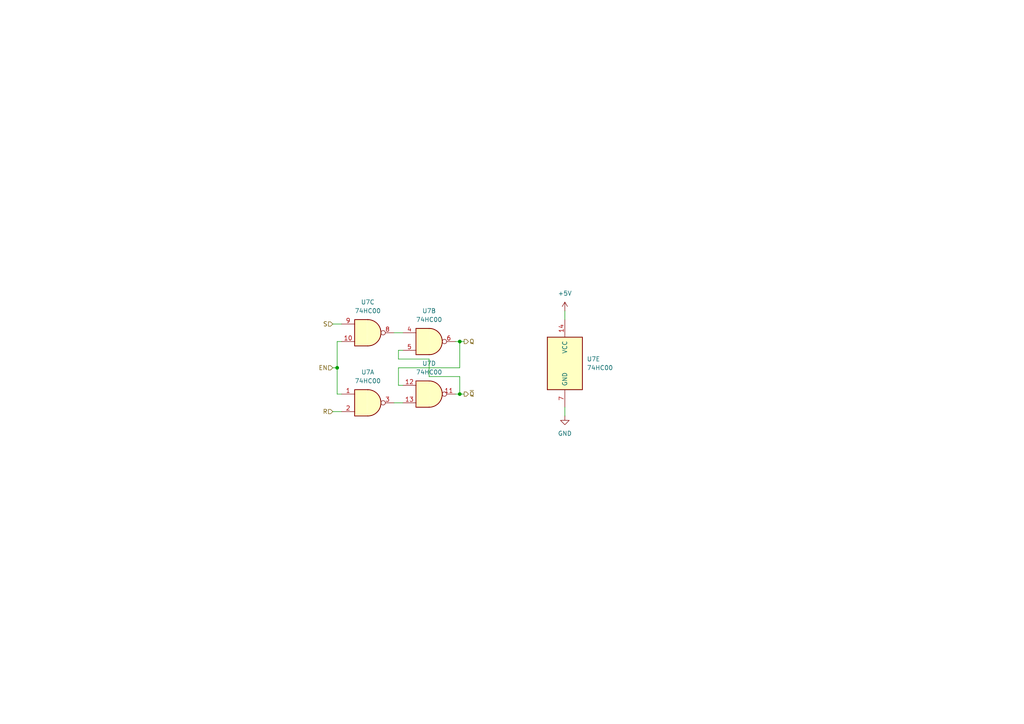
<source format=kicad_sch>
(kicad_sch (version 20250114) (generator "eeschema") (generator_version "9.0")
  (paper "A4")
  (lib_symbols
    (symbol "74xx:74HC00" (pin_names (offset 1.016))
      (property "Reference" "U" (at 0 1.27 0))
      (property "Value" "74HC00" (at 0 -1.27 0))
      (symbol "74HC00_1_1"
        (arc (start 0 3.81) (mid 3.7934 0) (end 0 -3.81) (stroke (width 0.254)) (fill (type background)))
        (polyline (pts (xy 0 3.81) (xy -3.81 3.81) (xy -3.81 -3.81) (xy 0 -3.81)) (stroke (width 0.254)) (fill (type background)))
        (pin input line (at -7.62 2.54 0) (length 3.81) (name "~") (number "1"))
        (pin input line (at -7.62 -2.54 0) (length 3.81) (name "~") (number "2"))
        (pin output inverted (at 7.62 0 180) (length 3.81) (name "~") (number "3"))
      )
      (symbol "74HC00_1_2"
        (arc (start -3.81 3.81) (mid -2.589 0) (end -3.81 -3.81) (stroke (width 0.254)))
        (polyline (pts (xy -3.81 3.81) (xy -0.635 3.81)) (stroke (width 0.254)) (fill (type background)))
        (polyline (pts (xy -3.81 -3.81) (xy -0.635 -3.81)) (stroke (width 0.254)) (fill (type background)))
        (arc (start 3.81 0) (mid 2.1855 -2.584) (end -0.6096 -3.81) (stroke (width 0.254)) (fill (type background)))
        (arc (start -0.6096 3.81) (mid 2.1928 2.5924) (end 3.81 0) (stroke (width 0.254)) (fill (type background)))
        (polyline (pts (xy -0.635 3.81) (xy -3.81 3.81) (xy -3.81 3.81) (xy -3.556 3.4036) (xy -3.0226 2.2606) (xy -2.6924 1.0414) (xy -2.6162 -0.254) (xy -2.7686 -1.4986) (xy -3.175 -2.7178) (xy -3.81 -3.81) (xy -3.81 -3.81) (xy -0.635 -3.81)) (stroke (width -25.4)) (fill (type background)))
        (pin input inverted (at -7.62 2.54 0) (length 4.318) (name "~") (number "1"))
        (pin input inverted (at -7.62 -2.54 0) (length 4.318) (name "~") (number "2"))
        (pin output line (at 7.62 0 180) (length 3.81) (name "~") (number "3"))
      )
      (symbol "74HC00_2_1"
        (arc (start 0 3.81) (mid 3.7934 0) (end 0 -3.81) (stroke (width 0.254)) (fill (type background)))
        (polyline (pts (xy 0 3.81) (xy -3.81 3.81) (xy -3.81 -3.81) (xy 0 -3.81)) (stroke (width 0.254)) (fill (type background)))
        (pin input line (at -7.62 2.54 0) (length 3.81) (name "~") (number "4"))
        (pin input line (at -7.62 -2.54 0) (length 3.81) (name "~") (number "5"))
        (pin output inverted (at 7.62 0 180) (length 3.81) (name "~") (number "6"))
      )
      (symbol "74HC00_2_2"
        (arc (start -3.81 3.81) (mid -2.589 0) (end -3.81 -3.81) (stroke (width 0.254)))
        (polyline (pts (xy -3.81 3.81) (xy -0.635 3.81)) (stroke (width 0.254)) (fill (type background)))
        (polyline (pts (xy -3.81 -3.81) (xy -0.635 -3.81)) (stroke (width 0.254)) (fill (type background)))
        (arc (start 3.81 0) (mid 2.1855 -2.584) (end -0.6096 -3.81) (stroke (width 0.254)) (fill (type background)))
        (arc (start -0.6096 3.81) (mid 2.1928 2.5924) (end 3.81 0) (stroke (width 0.254)) (fill (type background)))
        (polyline (pts (xy -0.635 3.81) (xy -3.81 3.81) (xy -3.81 3.81) (xy -3.556 3.4036) (xy -3.0226 2.2606) (xy -2.6924 1.0414) (xy -2.6162 -0.254) (xy -2.7686 -1.4986) (xy -3.175 -2.7178) (xy -3.81 -3.81) (xy -3.81 -3.81) (xy -0.635 -3.81)) (stroke (width -25.4)) (fill (type background)))
        (pin input inverted (at -7.62 2.54 0) (length 4.318) (name "~") (number "4"))
        (pin input inverted (at -7.62 -2.54 0) (length 4.318) (name "~") (number "5"))
        (pin output line (at 7.62 0 180) (length 3.81) (name "~") (number "6"))
      )
      (symbol "74HC00_3_1"
        (arc (start 0 3.81) (mid 3.7934 0) (end 0 -3.81) (stroke (width 0.254)) (fill (type background)))
        (polyline (pts (xy 0 3.81) (xy -3.81 3.81) (xy -3.81 -3.81) (xy 0 -3.81)) (stroke (width 0.254)) (fill (type background)))
        (pin input line (at -7.62 2.54 0) (length 3.81) (name "~") (number "9"))
        (pin input line (at -7.62 -2.54 0) (length 3.81) (name "~") (number "10"))
        (pin output inverted (at 7.62 0 180) (length 3.81) (name "~") (number "8"))
      )
      (symbol "74HC00_3_2"
        (arc (start -3.81 3.81) (mid -2.589 0) (end -3.81 -3.81) (stroke (width 0.254)))
        (polyline (pts (xy -3.81 3.81) (xy -0.635 3.81)) (stroke (width 0.254)) (fill (type background)))
        (polyline (pts (xy -3.81 -3.81) (xy -0.635 -3.81)) (stroke (width 0.254)) (fill (type background)))
        (arc (start 3.81 0) (mid 2.1855 -2.584) (end -0.6096 -3.81) (stroke (width 0.254)) (fill (type background)))
        (arc (start -0.6096 3.81) (mid 2.1928 2.5924) (end 3.81 0) (stroke (width 0.254)) (fill (type background)))
        (polyline (pts (xy -0.635 3.81) (xy -3.81 3.81) (xy -3.81 3.81) (xy -3.556 3.4036) (xy -3.0226 2.2606) (xy -2.6924 1.0414) (xy -2.6162 -0.254) (xy -2.7686 -1.4986) (xy -3.175 -2.7178) (xy -3.81 -3.81) (xy -3.81 -3.81) (xy -0.635 -3.81)) (stroke (width -25.4)) (fill (type background)))
        (pin input inverted (at -7.62 2.54 0) (length 4.318) (name "~") (number "9"))
        (pin input inverted (at -7.62 -2.54 0) (length 4.318) (name "~") (number "10"))
        (pin output line (at 7.62 0 180) (length 3.81) (name "~") (number "8"))
      )
      (symbol "74HC00_4_1"
        (arc (start 0 3.81) (mid 3.7934 0) (end 0 -3.81) (stroke (width 0.254)) (fill (type background)))
        (polyline (pts (xy 0 3.81) (xy -3.81 3.81) (xy -3.81 -3.81) (xy 0 -3.81)) (stroke (width 0.254)) (fill (type background)))
        (pin input line (at -7.62 2.54 0) (length 3.81) (name "~") (number "12"))
        (pin input line (at -7.62 -2.54 0) (length 3.81) (name "~") (number "13"))
        (pin output inverted (at 7.62 0 180) (length 3.81) (name "~") (number "11"))
      )
      (symbol "74HC00_4_2"
        (arc (start -3.81 3.81) (mid -2.589 0) (end -3.81 -3.81) (stroke (width 0.254)))
        (polyline (pts (xy -3.81 3.81) (xy -0.635 3.81)) (stroke (width 0.254)) (fill (type background)))
        (polyline (pts (xy -3.81 -3.81) (xy -0.635 -3.81)) (stroke (width 0.254)) (fill (type background)))
        (arc (start 3.81 0) (mid 2.1855 -2.584) (end -0.6096 -3.81) (stroke (width 0.254)) (fill (type background)))
        (arc (start -0.6096 3.81) (mid 2.1928 2.5924) (end 3.81 0) (stroke (width 0.254)) (fill (type background)))
        (polyline (pts (xy -0.635 3.81) (xy -3.81 3.81) (xy -3.81 3.81) (xy -3.556 3.4036) (xy -3.0226 2.2606) (xy -2.6924 1.0414) (xy -2.6162 -0.254) (xy -2.7686 -1.4986) (xy -3.175 -2.7178) (xy -3.81 -3.81) (xy -3.81 -3.81) (xy -0.635 -3.81)) (stroke (width -25.4)) (fill (type background)))
        (pin input inverted (at -7.62 2.54 0) (length 4.318) (name "~") (number "12"))
        (pin input inverted (at -7.62 -2.54 0) (length 4.318) (name "~") (number "13"))
        (pin output line (at 7.62 0 180) (length 3.81) (name "~") (number "11"))
      )
      (symbol "74HC00_5_0"
        (pin power_in line (at 0 12.7 270) (length 5.08) (name "VCC") (number "14"))
        (pin power_in line (at 0 -12.7 90) (length 5.08) (name "GND") (number "7"))
      )
      (symbol "74HC00_5_1"
        (rectangle (start -5.08 7.62) (end 5.08 -7.62) (stroke (width 0.254)) (fill (type background)))
      )
    )
    (symbol "power:+5V" (power) (pin_numbers (hide yes)) (pin_names (offset 0) (hide yes))
      (property "Value" "+5V" (at 0 3.556 0))
      (symbol "+5V_0_1"
        (polyline (pts (xy -0.762 1.27) (xy 0 2.54)))
        (polyline (pts (xy 0 2.54) (xy 0.762 1.27)))
        (polyline (pts (xy 0 0) (xy 0 2.54)))
      )
      (symbol "+5V_1_1"
        (pin power_in line (at 0 0 90) (length 0) (name "~") (number "1"))
      )
    )
    (symbol "power:GND" (power) (pin_numbers (hide yes)) (pin_names (offset 0) (hide yes))
      (property "Value" "GND" (at 0 -3.81 0))
      (symbol "GND_0_1"
        (polyline (pts (xy 0 0) (xy 0 -1.27) (xy 1.27 -1.27) (xy 0 -2.54) (xy -1.27 -1.27) (xy 0 -1.27)))
      )
      (symbol "GND_1_1"
        (pin power_in line (at 0 0 270) (length 0) (name "~") (number "1"))
      )
    )
  )
  (junction (at 97.79 106.68))
  (junction (at 133.35 114.3))
  (junction (at 133.35 99.06))
  (wire (pts (xy 115.57 101.6) (xy 116.84 101.6)))
  (wire (pts (xy 133.35 114.3) (xy 134.62 114.3)))
  (wire (pts (xy 115.57 111.76) (xy 115.57 106.68)))
  (wire (pts (xy 96.52 106.68) (xy 97.79 106.68)))
  (wire (pts (xy 133.35 99.06) (xy 134.62 99.06)))
  (wire (pts (xy 97.79 99.06) (xy 99.06 99.06)))
  (wire (pts (xy 132.08 114.3) (xy 133.35 114.3)))
  (wire (pts (xy 115.57 106.68) (xy 133.35 106.68)))
  (wire (pts (xy 124.46 104.14) (xy 115.57 104.14)))
  (wire (pts (xy 133.35 109.22) (xy 124.46 109.22)))
  (wire (pts (xy 96.52 119.38) (xy 99.06 119.38)))
  (wire (pts (xy 163.83 90.17) (xy 163.83 92.71)))
  (wire (pts (xy 133.35 99.06) (xy 132.08 99.06)))
  (wire (pts (xy 116.84 111.76) (xy 115.57 111.76)))
  (wire (pts (xy 96.52 93.98) (xy 99.06 93.98)))
  (wire (pts (xy 114.3 96.52) (xy 116.84 96.52)))
  (wire (pts (xy 133.35 114.3) (xy 133.35 109.22)))
  (wire (pts (xy 99.06 114.3) (xy 97.79 114.3)))
  (wire (pts (xy 97.79 99.06) (xy 97.79 106.68)))
  (wire (pts (xy 124.46 109.22) (xy 124.46 104.14)))
  (wire (pts (xy 133.35 106.68) (xy 133.35 99.06)))
  (wire (pts (xy 114.3 116.84) (xy 116.84 116.84)))
  (wire (pts (xy 97.79 106.68) (xy 97.79 114.3)))
  (wire (pts (xy 115.57 104.14) (xy 115.57 101.6)))
  (wire (pts (xy 163.83 118.11) (xy 163.83 120.65)))
  (hierarchical_label "Q" (shape output) (at 134.62 99.06 0))
  (hierarchical_label "~{Q}" (shape output) (at 134.62 114.3 0))
  (hierarchical_label "R" (shape input) (at 96.52 119.38 180))
  (hierarchical_label "EN" (shape input) (at 96.52 106.68 180))
  (hierarchical_label "S" (shape input) (at 96.52 93.98 180))
  (symbol (lib_id "74xx:74HC00") (at 124.46 99.06 0) (unit 2)
    (property "Reference" "U7" (at 124.4517 90.17 0))
    (property "Value" "74HC00" (at 124.4517 92.71 0))
    (property "Footprint" "Package_DIP:DIP-14_W7.62mm_Socket" (effects (hide yes)))
    (property "Datasheet" "http://www.ti.com/lit/gpn/sn74hc00" (effects (hide yes)))
    (property "Description" "quad 2-input NAND gate" (effects (hide yes)))
    (instances (project "binary-counter" (path "" (reference "U7") (unit 2)) (path "" (reference "U16") (unit 2)) (path "" (reference "U10") (unit 2)) (path "" (reference "U13") (unit 2))))
  )
  (symbol (lib_id "74xx:74HC00") (at 124.46 114.3 0) (unit 4)
    (property "Reference" "U7" (at 124.4517 105.41 0))
    (property "Value" "74HC00" (at 124.4517 107.95 0))
    (property "Footprint" "Package_DIP:DIP-14_W7.62mm_Socket" (effects (hide yes)))
    (property "Datasheet" "http://www.ti.com/lit/gpn/sn74hc00" (effects (hide yes)))
    (property "Description" "quad 2-input NAND gate" (effects (hide yes)))
    (instances (project "binary-counter" (path "" (reference "U7") (unit 4)) (path "" (reference "U16") (unit 4)) (path "" (reference "U10") (unit 4)) (path "" (reference "U13") (unit 4))))
  )
  (symbol (lib_id "74xx:74HC00") (at 163.83 105.41 0) (unit 5)
    (property "Reference" "U7" (at 170.18 104.1399 0) (effects (justify left)))
    (property "Value" "74HC00" (at 170.18 106.6799 0) (effects (justify left)))
    (property "Footprint" "Package_DIP:DIP-14_W7.62mm_Socket" (effects (hide yes)))
    (property "Datasheet" "http://www.ti.com/lit/gpn/sn74hc00" (effects (hide yes)))
    (property "Description" "quad 2-input NAND gate" (effects (hide yes)))
    (instances (project "binary-counter" (path "" (reference "U7") (unit 5)) (path "" (reference "U16") (unit 5)) (path "" (reference "U10") (unit 5)) (path "" (reference "U13") (unit 5))))
  )
  (symbol (lib_id "74xx:74HC00") (at 106.68 96.52 0) (unit 3)
    (property "Reference" "U7" (at 106.6717 87.63 0))
    (property "Value" "74HC00" (at 106.6717 90.17 0))
    (property "Footprint" "Package_DIP:DIP-14_W7.62mm_Socket" (effects (hide yes)))
    (property "Datasheet" "http://www.ti.com/lit/gpn/sn74hc00" (effects (hide yes)))
    (property "Description" "quad 2-input NAND gate" (effects (hide yes)))
    (instances (project "binary-counter" (path "" (reference "U7") (unit 3)) (path "" (reference "U16") (unit 3)) (path "" (reference "U10") (unit 3)) (path "" (reference "U13") (unit 3))))
  )
  (symbol (lib_id "74xx:74HC00") (at 106.68 116.84 0) (unit 1)
    (property "Reference" "U7" (at 106.6717 107.95 0))
    (property "Value" "74HC00" (at 106.6717 110.49 0))
    (property "Footprint" "Package_DIP:DIP-14_W7.62mm_Socket" (effects (hide yes)))
    (property "Datasheet" "http://www.ti.com/lit/gpn/sn74hc00" (effects (hide yes)))
    (property "Description" "quad 2-input NAND gate" (effects (hide yes)))
    (instances (project "binary-counter" (path "" (reference "U7") (unit 1)) (path "" (reference "U16") (unit 1)) (path "" (reference "U10") (unit 1)) (path "" (reference "U13") (unit 1))))
  )
  (symbol (lib_id "power:+5V") (at 163.83 90.17 0) (unit 1)
    (property "Reference" "#PWR024" (effects (hide yes)))
    (property "Value" "+5V" (at 163.83 85.09 0))
    (property "Description" "Power symbol creates a global label with name \"+5V\"" (effects (hide yes)))
    (instances (project "binary-counter" (path "" (reference "#PWR024") (unit 1)) (path "" (reference "#PWR042") (unit 1)) (path "" (reference "#PWR030") (unit 1)) (path "" (reference "#PWR036") (unit 1))))
  )
  (symbol (lib_id "power:GND") (at 163.83 120.65 0) (unit 1)
    (property "Reference" "#PWR025" (effects (hide yes)))
    (property "Value" "GND" (at 163.83 125.73 0))
    (property "Description" "Power symbol creates a global label with name \"GND\" , ground" (effects (hide yes)))
    (instances (project "binary-counter" (path "" (reference "#PWR025") (unit 1)) (path "" (reference "#PWR043") (unit 1)) (path "" (reference "#PWR031") (unit 1)) (path "" (reference "#PWR037") (unit 1))))
  )
)
</source>
